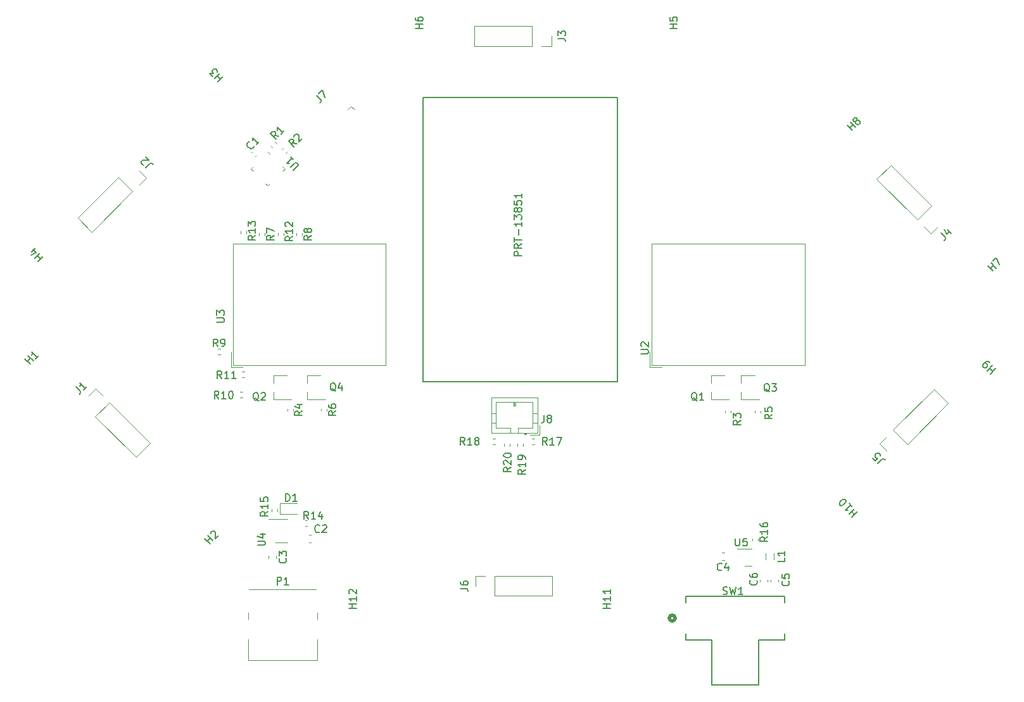
<source format=gbr>
%TF.GenerationSoftware,KiCad,Pcbnew,(6.0.7)*%
%TF.CreationDate,2024-09-04T15:34:51-05:00*%
%TF.ProjectId,MainBoard,4d61696e-426f-4617-9264-2e6b69636164,rev?*%
%TF.SameCoordinates,Original*%
%TF.FileFunction,Legend,Top*%
%TF.FilePolarity,Positive*%
%FSLAX46Y46*%
G04 Gerber Fmt 4.6, Leading zero omitted, Abs format (unit mm)*
G04 Created by KiCad (PCBNEW (6.0.7)) date 2024-09-04 15:34:51*
%MOMM*%
%LPD*%
G01*
G04 APERTURE LIST*
%ADD10C,0.150000*%
%ADD11C,0.120000*%
%ADD12C,0.152400*%
%ADD13C,0.508000*%
G04 APERTURE END LIST*
D10*
X157250000Y-104280000D02*
X131250000Y-104280000D01*
X131250000Y-66280000D02*
X131250000Y-104280000D01*
X157250000Y-66280000D02*
X157250000Y-104280000D01*
X131250000Y-66280000D02*
X157250000Y-66280000D01*
X144452380Y-87422857D02*
X143452380Y-87422857D01*
X143452380Y-87041904D01*
X143500000Y-86946666D01*
X143547619Y-86899047D01*
X143642857Y-86851428D01*
X143785714Y-86851428D01*
X143880952Y-86899047D01*
X143928571Y-86946666D01*
X143976190Y-87041904D01*
X143976190Y-87422857D01*
X144452380Y-85851428D02*
X143976190Y-86184761D01*
X144452380Y-86422857D02*
X143452380Y-86422857D01*
X143452380Y-86041904D01*
X143500000Y-85946666D01*
X143547619Y-85899047D01*
X143642857Y-85851428D01*
X143785714Y-85851428D01*
X143880952Y-85899047D01*
X143928571Y-85946666D01*
X143976190Y-86041904D01*
X143976190Y-86422857D01*
X143452380Y-85565714D02*
X143452380Y-84994285D01*
X144452380Y-85280000D02*
X143452380Y-85280000D01*
X144071428Y-84660952D02*
X144071428Y-83899047D01*
X144452380Y-82899047D02*
X144452380Y-83470476D01*
X144452380Y-83184761D02*
X143452380Y-83184761D01*
X143595238Y-83280000D01*
X143690476Y-83375238D01*
X143738095Y-83470476D01*
X143452380Y-82565714D02*
X143452380Y-81946666D01*
X143833333Y-82280000D01*
X143833333Y-82137142D01*
X143880952Y-82041904D01*
X143928571Y-81994285D01*
X144023809Y-81946666D01*
X144261904Y-81946666D01*
X144357142Y-81994285D01*
X144404761Y-82041904D01*
X144452380Y-82137142D01*
X144452380Y-82422857D01*
X144404761Y-82518095D01*
X144357142Y-82565714D01*
X143880952Y-81375238D02*
X143833333Y-81470476D01*
X143785714Y-81518095D01*
X143690476Y-81565714D01*
X143642857Y-81565714D01*
X143547619Y-81518095D01*
X143500000Y-81470476D01*
X143452380Y-81375238D01*
X143452380Y-81184761D01*
X143500000Y-81089523D01*
X143547619Y-81041904D01*
X143642857Y-80994285D01*
X143690476Y-80994285D01*
X143785714Y-81041904D01*
X143833333Y-81089523D01*
X143880952Y-81184761D01*
X143880952Y-81375238D01*
X143928571Y-81470476D01*
X143976190Y-81518095D01*
X144071428Y-81565714D01*
X144261904Y-81565714D01*
X144357142Y-81518095D01*
X144404761Y-81470476D01*
X144452380Y-81375238D01*
X144452380Y-81184761D01*
X144404761Y-81089523D01*
X144357142Y-81041904D01*
X144261904Y-80994285D01*
X144071428Y-80994285D01*
X143976190Y-81041904D01*
X143928571Y-81089523D01*
X143880952Y-81184761D01*
X143452380Y-80089523D02*
X143452380Y-80565714D01*
X143928571Y-80613333D01*
X143880952Y-80565714D01*
X143833333Y-80470476D01*
X143833333Y-80232380D01*
X143880952Y-80137142D01*
X143928571Y-80089523D01*
X144023809Y-80041904D01*
X144261904Y-80041904D01*
X144357142Y-80089523D01*
X144404761Y-80137142D01*
X144452380Y-80232380D01*
X144452380Y-80470476D01*
X144404761Y-80565714D01*
X144357142Y-80613333D01*
X144452380Y-79089523D02*
X144452380Y-79660952D01*
X144452380Y-79375238D02*
X143452380Y-79375238D01*
X143595238Y-79470476D01*
X143690476Y-79565714D01*
X143738095Y-79660952D01*
%TO.C,H9*%
X207802994Y-102504248D02*
X207095887Y-103211355D01*
X207432605Y-102874637D02*
X207028544Y-102470576D01*
X207398933Y-102100187D02*
X206691826Y-102807294D01*
X207028544Y-101729798D02*
X206893857Y-101595111D01*
X206792842Y-101561439D01*
X206725498Y-101561439D01*
X206557139Y-101595111D01*
X206388781Y-101696126D01*
X206119407Y-101965500D01*
X206085735Y-102066515D01*
X206085735Y-102133859D01*
X206119407Y-102234874D01*
X206254094Y-102369561D01*
X206355109Y-102403233D01*
X206422452Y-102403233D01*
X206523468Y-102369561D01*
X206691826Y-102201202D01*
X206725498Y-102100187D01*
X206725498Y-102032843D01*
X206691826Y-101931828D01*
X206557139Y-101797141D01*
X206456124Y-101763469D01*
X206388781Y-101763469D01*
X206287765Y-101797141D01*
%TO.C,*%
%TO.C,J7*%
X117045367Y-65985308D02*
X117550443Y-66490384D01*
X117617787Y-66625071D01*
X117617787Y-66759758D01*
X117550443Y-66894445D01*
X117483100Y-66961788D01*
X117314741Y-65715934D02*
X117786146Y-65244529D01*
X118190207Y-66254682D01*
%TO.C,H6*%
X131252380Y-57041905D02*
X130252380Y-57041905D01*
X130728571Y-57041905D02*
X130728571Y-56470477D01*
X131252380Y-56470477D02*
X130252380Y-56470477D01*
X130252380Y-55565715D02*
X130252380Y-55756191D01*
X130300000Y-55851429D01*
X130347619Y-55899048D01*
X130490476Y-55994286D01*
X130680952Y-56041905D01*
X131061904Y-56041905D01*
X131157142Y-55994286D01*
X131204761Y-55946667D01*
X131252380Y-55851429D01*
X131252380Y-55660953D01*
X131204761Y-55565715D01*
X131157142Y-55518096D01*
X131061904Y-55470477D01*
X130823809Y-55470477D01*
X130728571Y-55518096D01*
X130680952Y-55565715D01*
X130633333Y-55660953D01*
X130633333Y-55851429D01*
X130680952Y-55946667D01*
X130728571Y-55994286D01*
X130823809Y-56041905D01*
%TO.C,R15*%
X110552380Y-121622857D02*
X110076190Y-121956190D01*
X110552380Y-122194285D02*
X109552380Y-122194285D01*
X109552380Y-121813333D01*
X109600000Y-121718095D01*
X109647619Y-121670476D01*
X109742857Y-121622857D01*
X109885714Y-121622857D01*
X109980952Y-121670476D01*
X110028571Y-121718095D01*
X110076190Y-121813333D01*
X110076190Y-122194285D01*
X110552380Y-120670476D02*
X110552380Y-121241904D01*
X110552380Y-120956190D02*
X109552380Y-120956190D01*
X109695238Y-121051428D01*
X109790476Y-121146666D01*
X109838095Y-121241904D01*
X109552380Y-119765714D02*
X109552380Y-120241904D01*
X110028571Y-120289523D01*
X109980952Y-120241904D01*
X109933333Y-120146666D01*
X109933333Y-119908571D01*
X109980952Y-119813333D01*
X110028571Y-119765714D01*
X110123809Y-119718095D01*
X110361904Y-119718095D01*
X110457142Y-119765714D01*
X110504761Y-119813333D01*
X110552380Y-119908571D01*
X110552380Y-120146666D01*
X110504761Y-120241904D01*
X110457142Y-120289523D01*
%TO.C,H10*%
X189330671Y-121650006D02*
X188623564Y-122357113D01*
X188960281Y-122020396D02*
X188556220Y-121616335D01*
X188926610Y-121245945D02*
X188219503Y-121953052D01*
X188219503Y-120538839D02*
X188623564Y-120942900D01*
X188421533Y-120740869D02*
X187714427Y-121447976D01*
X187882785Y-121414304D01*
X188017472Y-121414304D01*
X188118488Y-121447976D01*
X187074663Y-120808213D02*
X187007320Y-120740869D01*
X186973648Y-120639854D01*
X186973648Y-120572510D01*
X187007320Y-120471495D01*
X187108335Y-120303136D01*
X187276694Y-120134778D01*
X187445053Y-120033762D01*
X187546068Y-120000091D01*
X187613411Y-120000091D01*
X187714427Y-120033762D01*
X187781770Y-120101106D01*
X187815442Y-120202121D01*
X187815442Y-120269465D01*
X187781770Y-120370480D01*
X187680755Y-120538839D01*
X187512396Y-120707197D01*
X187344037Y-120808213D01*
X187243022Y-120841884D01*
X187175679Y-120841884D01*
X187074663Y-120808213D01*
%TO.C,R5*%
X177952380Y-108646666D02*
X177476190Y-108980000D01*
X177952380Y-109218095D02*
X176952380Y-109218095D01*
X176952380Y-108837142D01*
X177000000Y-108741904D01*
X177047619Y-108694285D01*
X177142857Y-108646666D01*
X177285714Y-108646666D01*
X177380952Y-108694285D01*
X177428571Y-108741904D01*
X177476190Y-108837142D01*
X177476190Y-109218095D01*
X176952380Y-107741904D02*
X176952380Y-108218095D01*
X177428571Y-108265714D01*
X177380952Y-108218095D01*
X177333333Y-108122857D01*
X177333333Y-107884761D01*
X177380952Y-107789523D01*
X177428571Y-107741904D01*
X177523809Y-107694285D01*
X177761904Y-107694285D01*
X177857142Y-107741904D01*
X177904761Y-107789523D01*
X177952380Y-107884761D01*
X177952380Y-108122857D01*
X177904761Y-108218095D01*
X177857142Y-108265714D01*
%TO.C,U5*%
X173038095Y-125232380D02*
X173038095Y-126041904D01*
X173085714Y-126137142D01*
X173133333Y-126184761D01*
X173228571Y-126232380D01*
X173419047Y-126232380D01*
X173514285Y-126184761D01*
X173561904Y-126137142D01*
X173609523Y-126041904D01*
X173609523Y-125232380D01*
X174561904Y-125232380D02*
X174085714Y-125232380D01*
X174038095Y-125708571D01*
X174085714Y-125660952D01*
X174180952Y-125613333D01*
X174419047Y-125613333D01*
X174514285Y-125660952D01*
X174561904Y-125708571D01*
X174609523Y-125803809D01*
X174609523Y-126041904D01*
X174561904Y-126137142D01*
X174514285Y-126184761D01*
X174419047Y-126232380D01*
X174180952Y-126232380D01*
X174085714Y-126184761D01*
X174038095Y-126137142D01*
%TO.C,U3*%
X103702380Y-96291904D02*
X104511904Y-96291904D01*
X104607142Y-96244285D01*
X104654761Y-96196666D01*
X104702380Y-96101428D01*
X104702380Y-95910952D01*
X104654761Y-95815714D01*
X104607142Y-95768095D01*
X104511904Y-95720476D01*
X103702380Y-95720476D01*
X103702380Y-95339523D02*
X103702380Y-94720476D01*
X104083333Y-95053809D01*
X104083333Y-94910952D01*
X104130952Y-94815714D01*
X104178571Y-94768095D01*
X104273809Y-94720476D01*
X104511904Y-94720476D01*
X104607142Y-94768095D01*
X104654761Y-94815714D01*
X104702380Y-94910952D01*
X104702380Y-95196666D01*
X104654761Y-95291904D01*
X104607142Y-95339523D01*
%TO.C,H8*%
X188692729Y-70675352D02*
X187985622Y-69968245D01*
X188322340Y-70304963D02*
X188726401Y-69900902D01*
X189096790Y-70271291D02*
X188389683Y-69564184D01*
X189130462Y-69429497D02*
X189029447Y-69463169D01*
X188962103Y-69463169D01*
X188861088Y-69429497D01*
X188827416Y-69395826D01*
X188793744Y-69294810D01*
X188793744Y-69227467D01*
X188827416Y-69126452D01*
X188962103Y-68991765D01*
X189063118Y-68958093D01*
X189130462Y-68958093D01*
X189231477Y-68991765D01*
X189265149Y-69025436D01*
X189298821Y-69126452D01*
X189298821Y-69193795D01*
X189265149Y-69294810D01*
X189130462Y-69429497D01*
X189096790Y-69530513D01*
X189096790Y-69597856D01*
X189130462Y-69698871D01*
X189265149Y-69833558D01*
X189366164Y-69867230D01*
X189433508Y-69867230D01*
X189534523Y-69833558D01*
X189669210Y-69698871D01*
X189702882Y-69597856D01*
X189702882Y-69530513D01*
X189669210Y-69429497D01*
X189534523Y-69294810D01*
X189433508Y-69261139D01*
X189366164Y-69261139D01*
X189265149Y-69294810D01*
%TO.C,H3*%
X104536983Y-63445639D02*
X103829876Y-64152746D01*
X104166594Y-63816028D02*
X103762533Y-63411967D01*
X104132922Y-63041578D02*
X103425815Y-63748685D01*
X103156441Y-63479311D02*
X102718709Y-63041578D01*
X103223785Y-63007906D01*
X103122770Y-62906891D01*
X103089098Y-62805876D01*
X103089098Y-62738532D01*
X103122770Y-62637517D01*
X103291128Y-62469158D01*
X103392144Y-62435486D01*
X103459487Y-62435486D01*
X103560502Y-62469158D01*
X103762533Y-62671189D01*
X103796205Y-62772204D01*
X103796205Y-62839547D01*
%TO.C,R10*%
X103957142Y-106532380D02*
X103623809Y-106056190D01*
X103385714Y-106532380D02*
X103385714Y-105532380D01*
X103766666Y-105532380D01*
X103861904Y-105580000D01*
X103909523Y-105627619D01*
X103957142Y-105722857D01*
X103957142Y-105865714D01*
X103909523Y-105960952D01*
X103861904Y-106008571D01*
X103766666Y-106056190D01*
X103385714Y-106056190D01*
X104909523Y-106532380D02*
X104338095Y-106532380D01*
X104623809Y-106532380D02*
X104623809Y-105532380D01*
X104528571Y-105675238D01*
X104433333Y-105770476D01*
X104338095Y-105818095D01*
X105528571Y-105532380D02*
X105623809Y-105532380D01*
X105719047Y-105580000D01*
X105766666Y-105627619D01*
X105814285Y-105722857D01*
X105861904Y-105913333D01*
X105861904Y-106151428D01*
X105814285Y-106341904D01*
X105766666Y-106437142D01*
X105719047Y-106484761D01*
X105623809Y-106532380D01*
X105528571Y-106532380D01*
X105433333Y-106484761D01*
X105385714Y-106437142D01*
X105338095Y-106341904D01*
X105290476Y-106151428D01*
X105290476Y-105913333D01*
X105338095Y-105722857D01*
X105385714Y-105627619D01*
X105433333Y-105580000D01*
X105528571Y-105532380D01*
%TO.C,U4*%
X109152380Y-126141904D02*
X109961904Y-126141904D01*
X110057142Y-126094285D01*
X110104761Y-126046666D01*
X110152380Y-125951428D01*
X110152380Y-125760952D01*
X110104761Y-125665714D01*
X110057142Y-125618095D01*
X109961904Y-125570476D01*
X109152380Y-125570476D01*
X109485714Y-124665714D02*
X110152380Y-124665714D01*
X109104761Y-124903809D02*
X109819047Y-125141904D01*
X109819047Y-124522857D01*
%TO.C,R12*%
X113852380Y-84822857D02*
X113376190Y-85156190D01*
X113852380Y-85394285D02*
X112852380Y-85394285D01*
X112852380Y-85013333D01*
X112900000Y-84918095D01*
X112947619Y-84870476D01*
X113042857Y-84822857D01*
X113185714Y-84822857D01*
X113280952Y-84870476D01*
X113328571Y-84918095D01*
X113376190Y-85013333D01*
X113376190Y-85394285D01*
X113852380Y-83870476D02*
X113852380Y-84441904D01*
X113852380Y-84156190D02*
X112852380Y-84156190D01*
X112995238Y-84251428D01*
X113090476Y-84346666D01*
X113138095Y-84441904D01*
X112947619Y-83489523D02*
X112900000Y-83441904D01*
X112852380Y-83346666D01*
X112852380Y-83108571D01*
X112900000Y-83013333D01*
X112947619Y-82965714D01*
X113042857Y-82918095D01*
X113138095Y-82918095D01*
X113280952Y-82965714D01*
X113852380Y-83537142D01*
X113852380Y-82918095D01*
%TO.C,J1*%
X84918386Y-104969791D02*
X85423462Y-105474867D01*
X85490806Y-105609554D01*
X85490806Y-105744241D01*
X85423462Y-105878928D01*
X85356119Y-105946271D01*
X86332600Y-104969791D02*
X85928539Y-105373852D01*
X86130569Y-105171821D02*
X85423462Y-104464714D01*
X85457134Y-104633073D01*
X85457134Y-104767760D01*
X85423462Y-104868775D01*
%TO.C,D1*%
X112899404Y-120252380D02*
X112899404Y-119252380D01*
X113137500Y-119252380D01*
X113280357Y-119300000D01*
X113375595Y-119395238D01*
X113423214Y-119490476D01*
X113470833Y-119680952D01*
X113470833Y-119823809D01*
X113423214Y-120014285D01*
X113375595Y-120109523D01*
X113280357Y-120204761D01*
X113137500Y-120252380D01*
X112899404Y-120252380D01*
X114423214Y-120252380D02*
X113851785Y-120252380D01*
X114137500Y-120252380D02*
X114137500Y-119252380D01*
X114042261Y-119395238D01*
X113947023Y-119490476D01*
X113851785Y-119538095D01*
%TO.C,R3*%
X173752380Y-109446666D02*
X173276190Y-109780000D01*
X173752380Y-110018095D02*
X172752380Y-110018095D01*
X172752380Y-109637142D01*
X172800000Y-109541904D01*
X172847619Y-109494285D01*
X172942857Y-109446666D01*
X173085714Y-109446666D01*
X173180952Y-109494285D01*
X173228571Y-109541904D01*
X173276190Y-109637142D01*
X173276190Y-110018095D01*
X172752380Y-109113333D02*
X172752380Y-108494285D01*
X173133333Y-108827619D01*
X173133333Y-108684761D01*
X173180952Y-108589523D01*
X173228571Y-108541904D01*
X173323809Y-108494285D01*
X173561904Y-108494285D01*
X173657142Y-108541904D01*
X173704761Y-108589523D01*
X173752380Y-108684761D01*
X173752380Y-108970476D01*
X173704761Y-109065714D01*
X173657142Y-109113333D01*
%TO.C,R1*%
X112002030Y-71417732D02*
X111429610Y-71316717D01*
X111597969Y-71821793D02*
X110890862Y-71114687D01*
X111160236Y-70845312D01*
X111261251Y-70811641D01*
X111328595Y-70811641D01*
X111429610Y-70845312D01*
X111530625Y-70946328D01*
X111564297Y-71047343D01*
X111564297Y-71114687D01*
X111530625Y-71215702D01*
X111261251Y-71485076D01*
X112675465Y-70744297D02*
X112271404Y-71148358D01*
X112473435Y-70946328D02*
X111766328Y-70239221D01*
X111800000Y-70407580D01*
X111800000Y-70542267D01*
X111766328Y-70643282D01*
%TO.C,*%
%TO.C,H5*%
X165252381Y-57041905D02*
X164252381Y-57041905D01*
X164728572Y-57041905D02*
X164728572Y-56470477D01*
X165252381Y-56470477D02*
X164252381Y-56470477D01*
X164252381Y-55518096D02*
X164252381Y-55994286D01*
X164728572Y-56041905D01*
X164680953Y-55994286D01*
X164633334Y-55899048D01*
X164633334Y-55660953D01*
X164680953Y-55565715D01*
X164728572Y-55518096D01*
X164823810Y-55470477D01*
X165061905Y-55470477D01*
X165157143Y-55518096D01*
X165204762Y-55565715D01*
X165252381Y-55660953D01*
X165252381Y-55899048D01*
X165204762Y-55994286D01*
X165157143Y-56041905D01*
%TO.C,Q1*%
X167904761Y-106827619D02*
X167809523Y-106780000D01*
X167714285Y-106684761D01*
X167571428Y-106541904D01*
X167476190Y-106494285D01*
X167380952Y-106494285D01*
X167428571Y-106732380D02*
X167333333Y-106684761D01*
X167238095Y-106589523D01*
X167190476Y-106399047D01*
X167190476Y-106065714D01*
X167238095Y-105875238D01*
X167333333Y-105780000D01*
X167428571Y-105732380D01*
X167619047Y-105732380D01*
X167714285Y-105780000D01*
X167809523Y-105875238D01*
X167857142Y-106065714D01*
X167857142Y-106399047D01*
X167809523Y-106589523D01*
X167714285Y-106684761D01*
X167619047Y-106732380D01*
X167428571Y-106732380D01*
X168809523Y-106732380D02*
X168238095Y-106732380D01*
X168523809Y-106732380D02*
X168523809Y-105732380D01*
X168428571Y-105875238D01*
X168333333Y-105970476D01*
X168238095Y-106018095D01*
%TO.C,R11*%
X104357142Y-103832380D02*
X104023809Y-103356190D01*
X103785714Y-103832380D02*
X103785714Y-102832380D01*
X104166666Y-102832380D01*
X104261904Y-102880000D01*
X104309523Y-102927619D01*
X104357142Y-103022857D01*
X104357142Y-103165714D01*
X104309523Y-103260952D01*
X104261904Y-103308571D01*
X104166666Y-103356190D01*
X103785714Y-103356190D01*
X105309523Y-103832380D02*
X104738095Y-103832380D01*
X105023809Y-103832380D02*
X105023809Y-102832380D01*
X104928571Y-102975238D01*
X104833333Y-103070476D01*
X104738095Y-103118095D01*
X106261904Y-103832380D02*
X105690476Y-103832380D01*
X105976190Y-103832380D02*
X105976190Y-102832380D01*
X105880952Y-102975238D01*
X105785714Y-103070476D01*
X105690476Y-103118095D01*
%TO.C,J8*%
X147466666Y-108732380D02*
X147466666Y-109446666D01*
X147419047Y-109589523D01*
X147323809Y-109684761D01*
X147180952Y-109732380D01*
X147085714Y-109732380D01*
X148085714Y-109160952D02*
X147990476Y-109113333D01*
X147942857Y-109065714D01*
X147895238Y-108970476D01*
X147895238Y-108922857D01*
X147942857Y-108827619D01*
X147990476Y-108780000D01*
X148085714Y-108732380D01*
X148276190Y-108732380D01*
X148371428Y-108780000D01*
X148419047Y-108827619D01*
X148466666Y-108922857D01*
X148466666Y-108970476D01*
X148419047Y-109065714D01*
X148371428Y-109113333D01*
X148276190Y-109160952D01*
X148085714Y-109160952D01*
X147990476Y-109208571D01*
X147942857Y-109256190D01*
X147895238Y-109351428D01*
X147895238Y-109541904D01*
X147942857Y-109637142D01*
X147990476Y-109684761D01*
X148085714Y-109732380D01*
X148276190Y-109732380D01*
X148371428Y-109684761D01*
X148419047Y-109637142D01*
X148466666Y-109541904D01*
X148466666Y-109351428D01*
X148419047Y-109256190D01*
X148371428Y-109208571D01*
X148276190Y-109160952D01*
%TO.C,R9*%
X103833333Y-99562380D02*
X103500000Y-99086190D01*
X103261904Y-99562380D02*
X103261904Y-98562380D01*
X103642857Y-98562380D01*
X103738095Y-98610000D01*
X103785714Y-98657619D01*
X103833333Y-98752857D01*
X103833333Y-98895714D01*
X103785714Y-98990952D01*
X103738095Y-99038571D01*
X103642857Y-99086190D01*
X103261904Y-99086190D01*
X104309523Y-99562380D02*
X104500000Y-99562380D01*
X104595238Y-99514761D01*
X104642857Y-99467142D01*
X104738095Y-99324285D01*
X104785714Y-99133809D01*
X104785714Y-98752857D01*
X104738095Y-98657619D01*
X104690476Y-98610000D01*
X104595238Y-98562380D01*
X104404761Y-98562380D01*
X104309523Y-98610000D01*
X104261904Y-98657619D01*
X104214285Y-98752857D01*
X104214285Y-98990952D01*
X104261904Y-99086190D01*
X104309523Y-99133809D01*
X104404761Y-99181428D01*
X104595238Y-99181428D01*
X104690476Y-99133809D01*
X104738095Y-99086190D01*
X104785714Y-98990952D01*
%TO.C,H1*%
X78760496Y-101892865D02*
X78053389Y-101185758D01*
X78390107Y-101522476D02*
X78794168Y-101118415D01*
X79164557Y-101488804D02*
X78457450Y-100781697D01*
X79871664Y-100781697D02*
X79467603Y-101185758D01*
X79669633Y-100983728D02*
X78962527Y-100276621D01*
X78996198Y-100444980D01*
X78996198Y-100579667D01*
X78962527Y-100680682D01*
%TO.C,J2*%
X94207163Y-75644241D02*
X94712239Y-75139165D01*
X94846926Y-75071821D01*
X94981613Y-75071821D01*
X95116300Y-75139165D01*
X95183643Y-75206508D01*
X93971460Y-75273852D02*
X93904117Y-75273852D01*
X93803102Y-75240180D01*
X93634743Y-75071821D01*
X93601071Y-74970806D01*
X93601071Y-74903462D01*
X93634743Y-74802447D01*
X93702086Y-74735104D01*
X93836773Y-74667760D01*
X94644895Y-74667760D01*
X94207163Y-74230027D01*
%TO.C,Q3*%
X177604761Y-105627619D02*
X177509523Y-105580000D01*
X177414285Y-105484761D01*
X177271428Y-105341904D01*
X177176190Y-105294285D01*
X177080952Y-105294285D01*
X177128571Y-105532380D02*
X177033333Y-105484761D01*
X176938095Y-105389523D01*
X176890476Y-105199047D01*
X176890476Y-104865714D01*
X176938095Y-104675238D01*
X177033333Y-104580000D01*
X177128571Y-104532380D01*
X177319047Y-104532380D01*
X177414285Y-104580000D01*
X177509523Y-104675238D01*
X177557142Y-104865714D01*
X177557142Y-105199047D01*
X177509523Y-105389523D01*
X177414285Y-105484761D01*
X177319047Y-105532380D01*
X177128571Y-105532380D01*
X177890476Y-104532380D02*
X178509523Y-104532380D01*
X178176190Y-104913333D01*
X178319047Y-104913333D01*
X178414285Y-104960952D01*
X178461904Y-105008571D01*
X178509523Y-105103809D01*
X178509523Y-105341904D01*
X178461904Y-105437142D01*
X178414285Y-105484761D01*
X178319047Y-105532380D01*
X178033333Y-105532380D01*
X177938095Y-105484761D01*
X177890476Y-105437142D01*
%TO.C,H2*%
X102802127Y-125934496D02*
X102095020Y-125227389D01*
X102431738Y-125564107D02*
X102835799Y-125160046D01*
X103206188Y-125530435D02*
X102499081Y-124823328D01*
X102869471Y-124587626D02*
X102869471Y-124520283D01*
X102903142Y-124419267D01*
X103071501Y-124250909D01*
X103172516Y-124217237D01*
X103239860Y-124217237D01*
X103340875Y-124250909D01*
X103408219Y-124318252D01*
X103475562Y-124452939D01*
X103475562Y-125261061D01*
X103913295Y-124823328D01*
%TO.C,C5*%
X180157142Y-130946666D02*
X180204761Y-130994285D01*
X180252380Y-131137142D01*
X180252380Y-131232380D01*
X180204761Y-131375238D01*
X180109523Y-131470476D01*
X180014285Y-131518095D01*
X179823809Y-131565714D01*
X179680952Y-131565714D01*
X179490476Y-131518095D01*
X179395238Y-131470476D01*
X179300000Y-131375238D01*
X179252380Y-131232380D01*
X179252380Y-131137142D01*
X179300000Y-130994285D01*
X179347619Y-130946666D01*
X179252380Y-130041904D02*
X179252380Y-130518095D01*
X179728571Y-130565714D01*
X179680952Y-130518095D01*
X179633333Y-130422857D01*
X179633333Y-130184761D01*
X179680952Y-130089523D01*
X179728571Y-130041904D01*
X179823809Y-129994285D01*
X180061904Y-129994285D01*
X180157142Y-130041904D01*
X180204761Y-130089523D01*
X180252380Y-130184761D01*
X180252380Y-130422857D01*
X180204761Y-130518095D01*
X180157142Y-130565714D01*
%TO.C,U1*%
X113951522Y-76005973D02*
X114523942Y-75433553D01*
X114557614Y-75332538D01*
X114557614Y-75265194D01*
X114523942Y-75164179D01*
X114389255Y-75029492D01*
X114288240Y-74995820D01*
X114220896Y-74995820D01*
X114119881Y-75029492D01*
X113547461Y-75601912D01*
X113547461Y-74187698D02*
X113951522Y-74591759D01*
X113749492Y-74389729D02*
X113042385Y-75096835D01*
X113210744Y-75063164D01*
X113345431Y-75063164D01*
X113446446Y-75096835D01*
%TO.C,SW1*%
X171366666Y-132684761D02*
X171509523Y-132732380D01*
X171747619Y-132732380D01*
X171842857Y-132684761D01*
X171890476Y-132637142D01*
X171938095Y-132541904D01*
X171938095Y-132446666D01*
X171890476Y-132351428D01*
X171842857Y-132303809D01*
X171747619Y-132256190D01*
X171557142Y-132208571D01*
X171461904Y-132160952D01*
X171414285Y-132113333D01*
X171366666Y-132018095D01*
X171366666Y-131922857D01*
X171414285Y-131827619D01*
X171461904Y-131780000D01*
X171557142Y-131732380D01*
X171795238Y-131732380D01*
X171938095Y-131780000D01*
X172271428Y-131732380D02*
X172509523Y-132732380D01*
X172700000Y-132018095D01*
X172890476Y-132732380D01*
X173128571Y-131732380D01*
X174033333Y-132732380D02*
X173461904Y-132732380D01*
X173747619Y-132732380D02*
X173747619Y-131732380D01*
X173652380Y-131875238D01*
X173557142Y-131970476D01*
X173461904Y-132018095D01*
%TO.C,R19*%
X144952380Y-116022857D02*
X144476190Y-116356190D01*
X144952380Y-116594285D02*
X143952380Y-116594285D01*
X143952380Y-116213333D01*
X144000000Y-116118095D01*
X144047619Y-116070476D01*
X144142857Y-116022857D01*
X144285714Y-116022857D01*
X144380952Y-116070476D01*
X144428571Y-116118095D01*
X144476190Y-116213333D01*
X144476190Y-116594285D01*
X144952380Y-115070476D02*
X144952380Y-115641904D01*
X144952380Y-115356190D02*
X143952380Y-115356190D01*
X144095238Y-115451428D01*
X144190476Y-115546666D01*
X144238095Y-115641904D01*
X144952380Y-114594285D02*
X144952380Y-114403809D01*
X144904761Y-114308571D01*
X144857142Y-114260952D01*
X144714285Y-114165714D01*
X144523809Y-114118095D01*
X144142857Y-114118095D01*
X144047619Y-114165714D01*
X144000000Y-114213333D01*
X143952380Y-114308571D01*
X143952380Y-114499047D01*
X144000000Y-114594285D01*
X144047619Y-114641904D01*
X144142857Y-114689523D01*
X144380952Y-114689523D01*
X144476190Y-114641904D01*
X144523809Y-114594285D01*
X144571428Y-114499047D01*
X144571428Y-114308571D01*
X144523809Y-114213333D01*
X144476190Y-114165714D01*
X144380952Y-114118095D01*
%TO.C,R16*%
X177352380Y-125022857D02*
X176876190Y-125356190D01*
X177352380Y-125594285D02*
X176352380Y-125594285D01*
X176352380Y-125213333D01*
X176400000Y-125118095D01*
X176447619Y-125070476D01*
X176542857Y-125022857D01*
X176685714Y-125022857D01*
X176780952Y-125070476D01*
X176828571Y-125118095D01*
X176876190Y-125213333D01*
X176876190Y-125594285D01*
X177352380Y-124070476D02*
X177352380Y-124641904D01*
X177352380Y-124356190D02*
X176352380Y-124356190D01*
X176495238Y-124451428D01*
X176590476Y-124546666D01*
X176638095Y-124641904D01*
X176352380Y-123213333D02*
X176352380Y-123403809D01*
X176400000Y-123499047D01*
X176447619Y-123546666D01*
X176590476Y-123641904D01*
X176780952Y-123689523D01*
X177161904Y-123689523D01*
X177257142Y-123641904D01*
X177304761Y-123594285D01*
X177352380Y-123499047D01*
X177352380Y-123308571D01*
X177304761Y-123213333D01*
X177257142Y-123165714D01*
X177161904Y-123118095D01*
X176923809Y-123118095D01*
X176828571Y-123165714D01*
X176780952Y-123213333D01*
X176733333Y-123308571D01*
X176733333Y-123499047D01*
X176780952Y-123594285D01*
X176828571Y-123641904D01*
X176923809Y-123689523D01*
%TO.C,R18*%
X136857142Y-112732380D02*
X136523809Y-112256190D01*
X136285714Y-112732380D02*
X136285714Y-111732380D01*
X136666666Y-111732380D01*
X136761904Y-111780000D01*
X136809523Y-111827619D01*
X136857142Y-111922857D01*
X136857142Y-112065714D01*
X136809523Y-112160952D01*
X136761904Y-112208571D01*
X136666666Y-112256190D01*
X136285714Y-112256190D01*
X137809523Y-112732380D02*
X137238095Y-112732380D01*
X137523809Y-112732380D02*
X137523809Y-111732380D01*
X137428571Y-111875238D01*
X137333333Y-111970476D01*
X137238095Y-112018095D01*
X138380952Y-112160952D02*
X138285714Y-112113333D01*
X138238095Y-112065714D01*
X138190476Y-111970476D01*
X138190476Y-111922857D01*
X138238095Y-111827619D01*
X138285714Y-111780000D01*
X138380952Y-111732380D01*
X138571428Y-111732380D01*
X138666666Y-111780000D01*
X138714285Y-111827619D01*
X138761904Y-111922857D01*
X138761904Y-111970476D01*
X138714285Y-112065714D01*
X138666666Y-112113333D01*
X138571428Y-112160952D01*
X138380952Y-112160952D01*
X138285714Y-112208571D01*
X138238095Y-112256190D01*
X138190476Y-112351428D01*
X138190476Y-112541904D01*
X138238095Y-112637142D01*
X138285714Y-112684761D01*
X138380952Y-112732380D01*
X138571428Y-112732380D01*
X138666666Y-112684761D01*
X138714285Y-112637142D01*
X138761904Y-112541904D01*
X138761904Y-112351428D01*
X138714285Y-112256190D01*
X138666666Y-112208571D01*
X138571428Y-112160952D01*
%TO.C,L1*%
X179652380Y-127816666D02*
X179652380Y-128292857D01*
X178652380Y-128292857D01*
X179652380Y-126959523D02*
X179652380Y-127530952D01*
X179652380Y-127245238D02*
X178652380Y-127245238D01*
X178795238Y-127340476D01*
X178890476Y-127435714D01*
X178938095Y-127530952D01*
%TO.C,C3*%
X112924642Y-127896666D02*
X112972261Y-127944285D01*
X113019880Y-128087142D01*
X113019880Y-128182380D01*
X112972261Y-128325238D01*
X112877023Y-128420476D01*
X112781785Y-128468095D01*
X112591309Y-128515714D01*
X112448452Y-128515714D01*
X112257976Y-128468095D01*
X112162738Y-128420476D01*
X112067500Y-128325238D01*
X112019880Y-128182380D01*
X112019880Y-128087142D01*
X112067500Y-127944285D01*
X112115119Y-127896666D01*
X112019880Y-127563333D02*
X112019880Y-126944285D01*
X112400833Y-127277619D01*
X112400833Y-127134761D01*
X112448452Y-127039523D01*
X112496071Y-126991904D01*
X112591309Y-126944285D01*
X112829404Y-126944285D01*
X112924642Y-126991904D01*
X112972261Y-127039523D01*
X113019880Y-127134761D01*
X113019880Y-127420476D01*
X112972261Y-127515714D01*
X112924642Y-127563333D01*
%TO.C,R13*%
X108872380Y-84722857D02*
X108396190Y-85056190D01*
X108872380Y-85294285D02*
X107872380Y-85294285D01*
X107872380Y-84913333D01*
X107920000Y-84818095D01*
X107967619Y-84770476D01*
X108062857Y-84722857D01*
X108205714Y-84722857D01*
X108300952Y-84770476D01*
X108348571Y-84818095D01*
X108396190Y-84913333D01*
X108396190Y-85294285D01*
X108872380Y-83770476D02*
X108872380Y-84341904D01*
X108872380Y-84056190D02*
X107872380Y-84056190D01*
X108015238Y-84151428D01*
X108110476Y-84246666D01*
X108158095Y-84341904D01*
X107872380Y-83437142D02*
X107872380Y-82818095D01*
X108253333Y-83151428D01*
X108253333Y-83008571D01*
X108300952Y-82913333D01*
X108348571Y-82865714D01*
X108443809Y-82818095D01*
X108681904Y-82818095D01*
X108777142Y-82865714D01*
X108824761Y-82913333D01*
X108872380Y-83008571D01*
X108872380Y-83294285D01*
X108824761Y-83389523D01*
X108777142Y-83437142D01*
%TO.C,*%
%TO.C,J4*%
X200535758Y-84387163D02*
X201040834Y-84892239D01*
X201108178Y-85026926D01*
X201108178Y-85161613D01*
X201040834Y-85296300D01*
X200973491Y-85363643D01*
X201411224Y-83983102D02*
X201882628Y-84454506D01*
X200973491Y-83882086D02*
X201310208Y-84555521D01*
X201747941Y-84117789D01*
%TO.C,*%
%TO.C,H11*%
X156352380Y-134568094D02*
X155352380Y-134568094D01*
X155828571Y-134568094D02*
X155828571Y-133996665D01*
X156352380Y-133996665D02*
X155352380Y-133996665D01*
X156352380Y-132996665D02*
X156352380Y-133568094D01*
X156352380Y-133282379D02*
X155352380Y-133282379D01*
X155495238Y-133377618D01*
X155590476Y-133472856D01*
X155638095Y-133568094D01*
X156352380Y-132044284D02*
X156352380Y-132615713D01*
X156352380Y-132329999D02*
X155352380Y-132329999D01*
X155495238Y-132425237D01*
X155590476Y-132520475D01*
X155638095Y-132615713D01*
%TO.C,R7*%
X111372380Y-84696666D02*
X110896190Y-85030000D01*
X111372380Y-85268095D02*
X110372380Y-85268095D01*
X110372380Y-84887142D01*
X110420000Y-84791904D01*
X110467619Y-84744285D01*
X110562857Y-84696666D01*
X110705714Y-84696666D01*
X110800952Y-84744285D01*
X110848571Y-84791904D01*
X110896190Y-84887142D01*
X110896190Y-85268095D01*
X110372380Y-84363333D02*
X110372380Y-83696666D01*
X111372380Y-84125238D01*
%TO.C,R8*%
X116372380Y-84706665D02*
X115896190Y-85039999D01*
X116372380Y-85278094D02*
X115372380Y-85278094D01*
X115372380Y-84897141D01*
X115420000Y-84801903D01*
X115467619Y-84754284D01*
X115562857Y-84706665D01*
X115705714Y-84706665D01*
X115800952Y-84754284D01*
X115848571Y-84801903D01*
X115896190Y-84897141D01*
X115896190Y-85278094D01*
X115800952Y-84135237D02*
X115753333Y-84230475D01*
X115705714Y-84278094D01*
X115610476Y-84325713D01*
X115562857Y-84325713D01*
X115467619Y-84278094D01*
X115420000Y-84230475D01*
X115372380Y-84135237D01*
X115372380Y-83944760D01*
X115420000Y-83849522D01*
X115467619Y-83801903D01*
X115562857Y-83754284D01*
X115610476Y-83754284D01*
X115705714Y-83801903D01*
X115753333Y-83849522D01*
X115800952Y-83944760D01*
X115800952Y-84135237D01*
X115848571Y-84230475D01*
X115896190Y-84278094D01*
X115991428Y-84325713D01*
X116181904Y-84325713D01*
X116277142Y-84278094D01*
X116324761Y-84230475D01*
X116372380Y-84135237D01*
X116372380Y-83944760D01*
X116324761Y-83849522D01*
X116277142Y-83801903D01*
X116181904Y-83754284D01*
X115991428Y-83754284D01*
X115896190Y-83801903D01*
X115848571Y-83849522D01*
X115800952Y-83944760D01*
%TO.C,*%
%TO.C,R20*%
X143052380Y-115722857D02*
X142576190Y-116056190D01*
X143052380Y-116294285D02*
X142052380Y-116294285D01*
X142052380Y-115913333D01*
X142100000Y-115818095D01*
X142147619Y-115770476D01*
X142242857Y-115722857D01*
X142385714Y-115722857D01*
X142480952Y-115770476D01*
X142528571Y-115818095D01*
X142576190Y-115913333D01*
X142576190Y-116294285D01*
X142147619Y-115341904D02*
X142100000Y-115294285D01*
X142052380Y-115199047D01*
X142052380Y-114960952D01*
X142100000Y-114865714D01*
X142147619Y-114818095D01*
X142242857Y-114770476D01*
X142338095Y-114770476D01*
X142480952Y-114818095D01*
X143052380Y-115389523D01*
X143052380Y-114770476D01*
X142052380Y-114151428D02*
X142052380Y-114056190D01*
X142100000Y-113960952D01*
X142147619Y-113913333D01*
X142242857Y-113865714D01*
X142433333Y-113818095D01*
X142671428Y-113818095D01*
X142861904Y-113865714D01*
X142957142Y-113913333D01*
X143004761Y-113960952D01*
X143052380Y-114056190D01*
X143052380Y-114151428D01*
X143004761Y-114246666D01*
X142957142Y-114294285D01*
X142861904Y-114341904D01*
X142671428Y-114389523D01*
X142433333Y-114389523D01*
X142242857Y-114341904D01*
X142147619Y-114294285D01*
X142100000Y-114246666D01*
X142052380Y-114151428D01*
%TO.C,U2*%
X160419880Y-100544404D02*
X161229404Y-100544404D01*
X161324642Y-100496785D01*
X161372261Y-100449166D01*
X161419880Y-100353928D01*
X161419880Y-100163452D01*
X161372261Y-100068214D01*
X161324642Y-100020595D01*
X161229404Y-99972976D01*
X160419880Y-99972976D01*
X160515119Y-99544404D02*
X160467500Y-99496785D01*
X160419880Y-99401547D01*
X160419880Y-99163452D01*
X160467500Y-99068214D01*
X160515119Y-99020595D01*
X160610357Y-98972976D01*
X160705595Y-98972976D01*
X160848452Y-99020595D01*
X161419880Y-99592023D01*
X161419880Y-98972976D01*
%TO.C,Q2*%
X109304761Y-106827619D02*
X109209523Y-106780000D01*
X109114285Y-106684761D01*
X108971428Y-106541904D01*
X108876190Y-106494285D01*
X108780952Y-106494285D01*
X108828571Y-106732380D02*
X108733333Y-106684761D01*
X108638095Y-106589523D01*
X108590476Y-106399047D01*
X108590476Y-106065714D01*
X108638095Y-105875238D01*
X108733333Y-105780000D01*
X108828571Y-105732380D01*
X109019047Y-105732380D01*
X109114285Y-105780000D01*
X109209523Y-105875238D01*
X109257142Y-106065714D01*
X109257142Y-106399047D01*
X109209523Y-106589523D01*
X109114285Y-106684761D01*
X109019047Y-106732380D01*
X108828571Y-106732380D01*
X109638095Y-105827619D02*
X109685714Y-105780000D01*
X109780952Y-105732380D01*
X110019047Y-105732380D01*
X110114285Y-105780000D01*
X110161904Y-105827619D01*
X110209523Y-105922857D01*
X110209523Y-106018095D01*
X110161904Y-106160952D01*
X109590476Y-106732380D01*
X110209523Y-106732380D01*
%TO.C,C4*%
X171233332Y-129437142D02*
X171185713Y-129484761D01*
X171042856Y-129532380D01*
X170947618Y-129532380D01*
X170804760Y-129484761D01*
X170709522Y-129389523D01*
X170661903Y-129294285D01*
X170614284Y-129103809D01*
X170614284Y-128960952D01*
X170661903Y-128770476D01*
X170709522Y-128675238D01*
X170804760Y-128580000D01*
X170947618Y-128532380D01*
X171042856Y-128532380D01*
X171185713Y-128580000D01*
X171233332Y-128627619D01*
X172090475Y-128865714D02*
X172090475Y-129532380D01*
X171852379Y-128484761D02*
X171614284Y-129199047D01*
X172233332Y-129199047D01*
%TO.C,R4*%
X115122380Y-108196666D02*
X114646190Y-108530000D01*
X115122380Y-108768095D02*
X114122380Y-108768095D01*
X114122380Y-108387142D01*
X114170000Y-108291904D01*
X114217619Y-108244285D01*
X114312857Y-108196666D01*
X114455714Y-108196666D01*
X114550952Y-108244285D01*
X114598571Y-108291904D01*
X114646190Y-108387142D01*
X114646190Y-108768095D01*
X114455714Y-107339523D02*
X115122380Y-107339523D01*
X114074761Y-107577619D02*
X114789047Y-107815714D01*
X114789047Y-107196666D01*
%TO.C,Q4*%
X119604761Y-105527619D02*
X119509523Y-105480000D01*
X119414285Y-105384761D01*
X119271428Y-105241904D01*
X119176190Y-105194285D01*
X119080952Y-105194285D01*
X119128571Y-105432380D02*
X119033333Y-105384761D01*
X118938095Y-105289523D01*
X118890476Y-105099047D01*
X118890476Y-104765714D01*
X118938095Y-104575238D01*
X119033333Y-104480000D01*
X119128571Y-104432380D01*
X119319047Y-104432380D01*
X119414285Y-104480000D01*
X119509523Y-104575238D01*
X119557142Y-104765714D01*
X119557142Y-105099047D01*
X119509523Y-105289523D01*
X119414285Y-105384761D01*
X119319047Y-105432380D01*
X119128571Y-105432380D01*
X120414285Y-104765714D02*
X120414285Y-105432380D01*
X120176190Y-104384761D02*
X119938095Y-105099047D01*
X120557142Y-105099047D01*
%TO.C,H12*%
X122352379Y-134568094D02*
X121352379Y-134568094D01*
X121828570Y-134568094D02*
X121828570Y-133996665D01*
X122352379Y-133996665D02*
X121352379Y-133996665D01*
X122352379Y-132996665D02*
X122352379Y-133568094D01*
X122352379Y-133282379D02*
X121352379Y-133282379D01*
X121495237Y-133377618D01*
X121590475Y-133472856D01*
X121638094Y-133568094D01*
X121447618Y-132615713D02*
X121399999Y-132568094D01*
X121352379Y-132472856D01*
X121352379Y-132234760D01*
X121399999Y-132139522D01*
X121447618Y-132091903D01*
X121542856Y-132044284D01*
X121638094Y-132044284D01*
X121780951Y-132091903D01*
X122352379Y-132663332D01*
X122352379Y-132044284D01*
%TO.C,H4*%
X80495352Y-87487270D02*
X79788245Y-88194377D01*
X80124963Y-87857659D02*
X79720902Y-87453598D01*
X80091291Y-87083209D02*
X79384184Y-87790316D01*
X78980123Y-86914850D02*
X79451528Y-86443446D01*
X78879108Y-87352583D02*
X79552543Y-87015865D01*
X79114810Y-86578133D01*
%TO.C,*%
%TO.C,C2*%
X117433333Y-124337142D02*
X117385714Y-124384761D01*
X117242857Y-124432380D01*
X117147619Y-124432380D01*
X117004761Y-124384761D01*
X116909523Y-124289523D01*
X116861904Y-124194285D01*
X116814285Y-124003809D01*
X116814285Y-123860952D01*
X116861904Y-123670476D01*
X116909523Y-123575238D01*
X117004761Y-123480000D01*
X117147619Y-123432380D01*
X117242857Y-123432380D01*
X117385714Y-123480000D01*
X117433333Y-123527619D01*
X117814285Y-123527619D02*
X117861904Y-123480000D01*
X117957142Y-123432380D01*
X118195238Y-123432380D01*
X118290476Y-123480000D01*
X118338095Y-123527619D01*
X118385714Y-123622857D01*
X118385714Y-123718095D01*
X118338095Y-123860952D01*
X117766666Y-124432380D01*
X118385714Y-124432380D01*
%TO.C,P1*%
X111761904Y-131407380D02*
X111761904Y-130407380D01*
X112142857Y-130407380D01*
X112238095Y-130455000D01*
X112285714Y-130502619D01*
X112333333Y-130597857D01*
X112333333Y-130740714D01*
X112285714Y-130835952D01*
X112238095Y-130883571D01*
X112142857Y-130931190D01*
X111761904Y-130931190D01*
X113285714Y-131407380D02*
X112714285Y-131407380D01*
X113000000Y-131407380D02*
X113000000Y-130407380D01*
X112904761Y-130550238D01*
X112809523Y-130645476D01*
X112714285Y-130693095D01*
%TO.C,R2*%
X114402030Y-72417732D02*
X113829610Y-72316717D01*
X113997969Y-72821793D02*
X113290862Y-72114687D01*
X113560236Y-71845312D01*
X113661251Y-71811641D01*
X113728595Y-71811641D01*
X113829610Y-71845312D01*
X113930625Y-71946328D01*
X113964297Y-72047343D01*
X113964297Y-72114687D01*
X113930625Y-72215702D01*
X113661251Y-72485076D01*
X114031641Y-71508595D02*
X114031641Y-71441251D01*
X114065312Y-71340236D01*
X114233671Y-71171877D01*
X114334687Y-71138206D01*
X114402030Y-71138206D01*
X114503045Y-71171877D01*
X114570389Y-71239221D01*
X114637732Y-71373908D01*
X114637732Y-72182030D01*
X115075465Y-71744297D01*
%TO.C,C6*%
X175857142Y-130846666D02*
X175904761Y-130894285D01*
X175952380Y-131037142D01*
X175952380Y-131132380D01*
X175904761Y-131275238D01*
X175809523Y-131370476D01*
X175714285Y-131418095D01*
X175523809Y-131465714D01*
X175380952Y-131465714D01*
X175190476Y-131418095D01*
X175095238Y-131370476D01*
X175000000Y-131275238D01*
X174952380Y-131132380D01*
X174952380Y-131037142D01*
X175000000Y-130894285D01*
X175047619Y-130846666D01*
X174952380Y-129989523D02*
X174952380Y-130180000D01*
X175000000Y-130275238D01*
X175047619Y-130322857D01*
X175190476Y-130418095D01*
X175380952Y-130465714D01*
X175761904Y-130465714D01*
X175857142Y-130418095D01*
X175904761Y-130370476D01*
X175952380Y-130275238D01*
X175952380Y-130084761D01*
X175904761Y-129989523D01*
X175857142Y-129941904D01*
X175761904Y-129894285D01*
X175523809Y-129894285D01*
X175428571Y-129941904D01*
X175380952Y-129989523D01*
X175333333Y-130084761D01*
X175333333Y-130275238D01*
X175380952Y-130370476D01*
X175428571Y-130418095D01*
X175523809Y-130465714D01*
%TO.C,R17*%
X147857142Y-112732380D02*
X147523809Y-112256190D01*
X147285714Y-112732380D02*
X147285714Y-111732380D01*
X147666666Y-111732380D01*
X147761904Y-111780000D01*
X147809523Y-111827619D01*
X147857142Y-111922857D01*
X147857142Y-112065714D01*
X147809523Y-112160952D01*
X147761904Y-112208571D01*
X147666666Y-112256190D01*
X147285714Y-112256190D01*
X148809523Y-112732380D02*
X148238095Y-112732380D01*
X148523809Y-112732380D02*
X148523809Y-111732380D01*
X148428571Y-111875238D01*
X148333333Y-111970476D01*
X148238095Y-112018095D01*
X149142857Y-111732380D02*
X149809523Y-111732380D01*
X149380952Y-112732380D01*
%TO.C,*%
%TO.C,J3*%
X149322380Y-58363333D02*
X150036666Y-58363333D01*
X150179523Y-58410952D01*
X150274761Y-58506190D01*
X150322380Y-58649047D01*
X150322380Y-58744285D01*
X149322380Y-57982380D02*
X149322380Y-57363333D01*
X149703333Y-57696666D01*
X149703333Y-57553809D01*
X149750952Y-57458571D01*
X149798571Y-57410952D01*
X149893809Y-57363333D01*
X150131904Y-57363333D01*
X150227142Y-57410952D01*
X150274761Y-57458571D01*
X150322380Y-57553809D01*
X150322380Y-57839523D01*
X150274761Y-57934761D01*
X150227142Y-57982380D01*
%TO.C,J5*%
X192070879Y-115155399D02*
X192575955Y-114650323D01*
X192710642Y-114582979D01*
X192845329Y-114582979D01*
X192980016Y-114650323D01*
X193047359Y-114717666D01*
X191397444Y-114481964D02*
X191734161Y-114818681D01*
X192104550Y-114515636D01*
X192037207Y-114515636D01*
X191936192Y-114481964D01*
X191767833Y-114313605D01*
X191734161Y-114212590D01*
X191734161Y-114145246D01*
X191767833Y-114044231D01*
X191936192Y-113875872D01*
X192037207Y-113842201D01*
X192104550Y-113842201D01*
X192205566Y-113875872D01*
X192373924Y-114044231D01*
X192407596Y-114145246D01*
X192407596Y-114212590D01*
%TO.C,*%
%TO.C,J6*%
X136282380Y-131913333D02*
X136996666Y-131913333D01*
X137139523Y-131960952D01*
X137234761Y-132056190D01*
X137282380Y-132199047D01*
X137282380Y-132294285D01*
X136282380Y-131008571D02*
X136282380Y-131199047D01*
X136330000Y-131294285D01*
X136377619Y-131341904D01*
X136520476Y-131437142D01*
X136710952Y-131484761D01*
X137091904Y-131484761D01*
X137187142Y-131437142D01*
X137234761Y-131389523D01*
X137282380Y-131294285D01*
X137282380Y-131103809D01*
X137234761Y-131008571D01*
X137187142Y-130960952D01*
X137091904Y-130913333D01*
X136853809Y-130913333D01*
X136758571Y-130960952D01*
X136710952Y-131008571D01*
X136663333Y-131103809D01*
X136663333Y-131294285D01*
X136710952Y-131389523D01*
X136758571Y-131437142D01*
X136853809Y-131484761D01*
%TO.C,*%
%TO.C,H7*%
X207501770Y-89484393D02*
X206794663Y-88777286D01*
X207131381Y-89114004D02*
X207535442Y-88709943D01*
X207905831Y-89080332D02*
X207198724Y-88373225D01*
X207468098Y-88103851D02*
X207939503Y-87632447D01*
X208343564Y-88642599D01*
%TO.C,R6*%
X119622380Y-108196666D02*
X119146190Y-108530000D01*
X119622380Y-108768095D02*
X118622380Y-108768095D01*
X118622380Y-108387142D01*
X118670000Y-108291904D01*
X118717619Y-108244285D01*
X118812857Y-108196666D01*
X118955714Y-108196666D01*
X119050952Y-108244285D01*
X119098571Y-108291904D01*
X119146190Y-108387142D01*
X119146190Y-108768095D01*
X118622380Y-107339523D02*
X118622380Y-107530000D01*
X118670000Y-107625238D01*
X118717619Y-107672857D01*
X118860476Y-107768095D01*
X119050952Y-107815714D01*
X119431904Y-107815714D01*
X119527142Y-107768095D01*
X119574761Y-107720476D01*
X119622380Y-107625238D01*
X119622380Y-107434761D01*
X119574761Y-107339523D01*
X119527142Y-107291904D01*
X119431904Y-107244285D01*
X119193809Y-107244285D01*
X119098571Y-107291904D01*
X119050952Y-107339523D01*
X119003333Y-107434761D01*
X119003333Y-107625238D01*
X119050952Y-107720476D01*
X119098571Y-107768095D01*
X119193809Y-107815714D01*
%TO.C,R14*%
X115957142Y-122632380D02*
X115623809Y-122156190D01*
X115385714Y-122632380D02*
X115385714Y-121632380D01*
X115766666Y-121632380D01*
X115861904Y-121680000D01*
X115909523Y-121727619D01*
X115957142Y-121822857D01*
X115957142Y-121965714D01*
X115909523Y-122060952D01*
X115861904Y-122108571D01*
X115766666Y-122156190D01*
X115385714Y-122156190D01*
X116909523Y-122632380D02*
X116338095Y-122632380D01*
X116623809Y-122632380D02*
X116623809Y-121632380D01*
X116528571Y-121775238D01*
X116433333Y-121870476D01*
X116338095Y-121918095D01*
X117766666Y-121965714D02*
X117766666Y-122632380D01*
X117528571Y-121584761D02*
X117290476Y-122299047D01*
X117909523Y-122299047D01*
%TO.C,C1*%
X108634687Y-72750389D02*
X108634687Y-72817732D01*
X108567343Y-72952419D01*
X108500000Y-73019763D01*
X108365312Y-73087106D01*
X108230625Y-73087106D01*
X108129610Y-73053435D01*
X107961251Y-72952419D01*
X107860236Y-72851404D01*
X107759221Y-72683045D01*
X107725549Y-72582030D01*
X107725549Y-72447343D01*
X107792893Y-72312656D01*
X107860236Y-72245312D01*
X107994923Y-72177969D01*
X108062267Y-72177969D01*
X109375465Y-72144297D02*
X108971404Y-72548358D01*
X109173435Y-72346328D02*
X108466328Y-71639221D01*
X108500000Y-71807580D01*
X108500000Y-71942267D01*
X108466328Y-72043282D01*
D11*
%TO.C,J7*%
X121652842Y-67427301D02*
X122101855Y-67876314D01*
X121203829Y-67876314D02*
X121652842Y-67427301D01*
%TO.C,R15*%
X111767500Y-121633641D02*
X111767500Y-121326359D01*
X111007500Y-121633641D02*
X111007500Y-121326359D01*
%TO.C,R5*%
X175620000Y-108126359D02*
X175620000Y-108433641D01*
X176380000Y-108126359D02*
X176380000Y-108433641D01*
%TO.C,U5*%
X173250000Y-126660000D02*
X175250000Y-126660000D01*
X175250000Y-128900000D02*
X174250000Y-128900000D01*
%TO.C,U3*%
X105617500Y-102282500D02*
X105617500Y-100272500D01*
X105617500Y-102282500D02*
X107177500Y-102282500D01*
X126287500Y-102052500D02*
X105847500Y-102052500D01*
X126287500Y-85812500D02*
X126287500Y-102052500D01*
X105847500Y-102052500D02*
X105847500Y-85812500D01*
X105847500Y-85812500D02*
X126287500Y-85812500D01*
%TO.C,R10*%
X106846359Y-105650000D02*
X107153641Y-105650000D01*
X106846359Y-106410000D02*
X107153641Y-106410000D01*
%TO.C,U4*%
X112387500Y-125790000D02*
X111587500Y-125790000D01*
X112387500Y-125790000D02*
X113187500Y-125790000D01*
X112387500Y-122670000D02*
X113187500Y-122670000D01*
X112387500Y-122670000D02*
X110587500Y-122670000D01*
%TO.C,R12*%
X111870000Y-84376359D02*
X111870000Y-84683641D01*
X112630000Y-84376359D02*
X112630000Y-84683641D01*
%TO.C,J1*%
X92888154Y-114349058D02*
X94769058Y-112468154D01*
X89338478Y-107037574D02*
X94769058Y-112468154D01*
X87500000Y-105199096D02*
X88440452Y-106139548D01*
X87457574Y-108918478D02*
X89338478Y-107037574D01*
X86559548Y-106139548D02*
X87500000Y-105199096D01*
X87457574Y-108918478D02*
X92888154Y-114349058D01*
%TO.C,D1*%
X114437500Y-120495000D02*
X112152500Y-120495000D01*
X112152500Y-120495000D02*
X112152500Y-121965000D01*
X112152500Y-121965000D02*
X114437500Y-121965000D01*
%TO.C,R3*%
X171620000Y-108126359D02*
X171620000Y-108433641D01*
X172380000Y-108126359D02*
X172380000Y-108433641D01*
%TO.C,R1*%
X111473233Y-72213607D02*
X111690514Y-72430888D01*
X110935832Y-72751008D02*
X111153113Y-72968289D01*
%TO.C,Q1*%
X169800000Y-106680000D02*
X169800000Y-105630000D01*
X172200000Y-106680000D02*
X169800000Y-106680000D01*
X169800000Y-103380000D02*
X169800000Y-104430000D01*
X171600000Y-103380000D02*
X169800000Y-103380000D01*
%TO.C,R11*%
X107096359Y-102900000D02*
X107403641Y-102900000D01*
X107096359Y-103660000D02*
X107403641Y-103660000D01*
%TO.C,J8*%
X143600000Y-106980000D02*
X143600000Y-107480000D01*
X144000000Y-110480000D02*
X145950000Y-110480000D01*
X141050000Y-106980000D02*
X141050000Y-110480000D01*
X144800000Y-111090000D02*
X144800000Y-111290000D01*
X143600000Y-107480000D02*
X143400000Y-107480000D01*
X141050000Y-110480000D02*
X143000000Y-110480000D01*
X140440000Y-109780000D02*
X141050000Y-109780000D01*
X145950000Y-110480000D02*
X145950000Y-106980000D01*
X146560000Y-111090000D02*
X146560000Y-106370000D01*
X144800000Y-111190000D02*
X145100000Y-111190000D01*
X145610000Y-111390000D02*
X146860000Y-111390000D01*
X140440000Y-108480000D02*
X141050000Y-108480000D01*
X144000000Y-111090000D02*
X144000000Y-110480000D01*
X146560000Y-108480000D02*
X145950000Y-108480000D01*
X145950000Y-106980000D02*
X141050000Y-106980000D01*
X146560000Y-109780000D02*
X145950000Y-109780000D01*
X144800000Y-111290000D02*
X145100000Y-111290000D01*
X140440000Y-106370000D02*
X140440000Y-111090000D01*
X140440000Y-111090000D02*
X146560000Y-111090000D01*
X143000000Y-110480000D02*
X143000000Y-111090000D01*
X143500000Y-106980000D02*
X143500000Y-107480000D01*
X146560000Y-106370000D02*
X140440000Y-106370000D01*
X143400000Y-107480000D02*
X143400000Y-106980000D01*
X146860000Y-111390000D02*
X146860000Y-110140000D01*
X145100000Y-111290000D02*
X145100000Y-111090000D01*
%TO.C,R9*%
X103846359Y-99900000D02*
X104153641Y-99900000D01*
X103846359Y-100660000D02*
X104153641Y-100660000D01*
%TO.C,J2*%
X92442426Y-78818478D02*
X87011846Y-84249058D01*
X85130942Y-82368154D02*
X87011846Y-84249058D01*
X93340452Y-76039548D02*
X94280904Y-76980000D01*
X94280904Y-76980000D02*
X93340452Y-77920452D01*
X90561522Y-76937574D02*
X85130942Y-82368154D01*
X90561522Y-76937574D02*
X92442426Y-78818478D01*
%TO.C,Q3*%
X173800000Y-106680000D02*
X173800000Y-105630000D01*
X176200000Y-106680000D02*
X173800000Y-106680000D01*
X175600000Y-103380000D02*
X173800000Y-103380000D01*
X173800000Y-103380000D02*
X173800000Y-104430000D01*
%TO.C,C5*%
X178810000Y-130739420D02*
X178810000Y-131020580D01*
X177790000Y-130739420D02*
X177790000Y-131020580D01*
%TO.C,U1*%
X108541314Y-76098198D02*
X108223116Y-75780000D01*
X112776884Y-75780000D02*
X112458686Y-76098198D01*
X110818198Y-73821314D02*
X110500000Y-73503116D01*
X110500000Y-78056884D02*
X110818198Y-77738686D01*
X108223116Y-75780000D02*
X108541314Y-75461802D01*
X112458686Y-75461802D02*
X112776884Y-75780000D01*
X110181802Y-77738686D02*
X110500000Y-78056884D01*
D12*
%TO.C,SW1*%
X179629399Y-132959000D02*
X166370599Y-132959000D01*
X166370599Y-138801000D02*
X169870399Y-138801000D01*
X179629399Y-138801000D02*
X179629399Y-137940814D01*
X179629399Y-133819186D02*
X179629399Y-132959000D01*
X169870399Y-144795400D02*
X176129599Y-144795400D01*
X176129599Y-138801000D02*
X179629399Y-138801000D01*
X176129599Y-144795400D02*
X176129599Y-138801000D01*
X169870399Y-138801000D02*
X169870399Y-144795400D01*
X166370599Y-132959000D02*
X166370599Y-133819186D01*
X166370599Y-137940814D02*
X166370599Y-138801000D01*
D13*
X164973599Y-135880000D02*
G75*
G03*
X164973599Y-135880000I-381000J0D01*
G01*
D11*
%TO.C,R19*%
X144630000Y-112576359D02*
X144630000Y-112883641D01*
X143870000Y-112576359D02*
X143870000Y-112883641D01*
%TO.C,R16*%
X175270000Y-125246359D02*
X175270000Y-125553641D01*
X176030000Y-125246359D02*
X176030000Y-125553641D01*
%TO.C,R18*%
X140596359Y-111850000D02*
X140903641Y-111850000D01*
X140596359Y-112610000D02*
X140903641Y-112610000D01*
%TO.C,L1*%
X178210000Y-127250378D02*
X178210000Y-128049622D01*
X177090000Y-127250378D02*
X177090000Y-128049622D01*
%TO.C,C3*%
X111647500Y-127589420D02*
X111647500Y-127870580D01*
X110627500Y-127589420D02*
X110627500Y-127870580D01*
%TO.C,R13*%
X107630000Y-84126359D02*
X107630000Y-84433641D01*
X106870000Y-84126359D02*
X106870000Y-84433641D01*
%TO.C,J4*%
X199242426Y-80741522D02*
X197361522Y-82622426D01*
X200140452Y-83520452D02*
X199200000Y-84460904D01*
X197361522Y-82622426D02*
X191930942Y-77191846D01*
X199200000Y-84460904D02*
X198259548Y-83520452D01*
X193811846Y-75310942D02*
X191930942Y-77191846D01*
X199242426Y-80741522D02*
X193811846Y-75310942D01*
%TO.C,R7*%
X109370000Y-84376359D02*
X109370000Y-84683641D01*
X110130000Y-84376359D02*
X110130000Y-84683641D01*
%TO.C,R8*%
X114370000Y-84386358D02*
X114370000Y-84693640D01*
X115130000Y-84386358D02*
X115130000Y-84693640D01*
%TO.C,R20*%
X142880000Y-112576359D02*
X142880000Y-112883641D01*
X142120000Y-112576359D02*
X142120000Y-112883641D01*
%TO.C,U2*%
X161617500Y-102282500D02*
X161617500Y-100282500D01*
X182287500Y-85812500D02*
X182287500Y-102052500D01*
X161847500Y-102052500D02*
X161847500Y-85812500D01*
X182287500Y-102052500D02*
X161847500Y-102052500D01*
X161847500Y-85812500D02*
X182287500Y-85812500D01*
X161617500Y-102282500D02*
X163177500Y-102282500D01*
%TO.C,Q2*%
X113100000Y-103380000D02*
X111300000Y-103380000D01*
X111300000Y-106680000D02*
X111300000Y-105630000D01*
X111300000Y-103380000D02*
X111300000Y-104430000D01*
X113700000Y-106680000D02*
X111300000Y-106680000D01*
%TO.C,C4*%
X171540579Y-128160000D02*
X171259419Y-128160000D01*
X171540579Y-127140000D02*
X171259419Y-127140000D01*
%TO.C,R4*%
X113120000Y-107876359D02*
X113120000Y-108183641D01*
X113880000Y-107876359D02*
X113880000Y-108183641D01*
%TO.C,Q4*%
X118200000Y-106680000D02*
X115800000Y-106680000D01*
X115800000Y-106680000D02*
X115800000Y-105630000D01*
X115800000Y-103380000D02*
X115800000Y-104430000D01*
X117600000Y-103380000D02*
X115800000Y-103380000D01*
%TO.C,C2*%
X115996920Y-125740000D02*
X116278080Y-125740000D01*
X115996920Y-124720000D02*
X116278080Y-124720000D01*
%TO.C,P1*%
X107905000Y-135155000D02*
X107905000Y-136055000D01*
X107905000Y-138755000D02*
X107905000Y-141485000D01*
X117095000Y-135155000D02*
X117095000Y-136055000D01*
X117095000Y-138755000D02*
X117095000Y-141485000D01*
X107905000Y-141485000D02*
X117095000Y-141485000D01*
X108025000Y-132075000D02*
X116975000Y-132075000D01*
%TO.C,R2*%
X112611521Y-72936624D02*
X112394240Y-73153905D01*
X113148922Y-73474025D02*
X112931641Y-73691306D01*
%TO.C,C6*%
X176290000Y-130759420D02*
X176290000Y-131040580D01*
X177310000Y-130759420D02*
X177310000Y-131040580D01*
%TO.C,R17*%
X146153641Y-111850000D02*
X145846359Y-111850000D01*
X146153641Y-112610000D02*
X145846359Y-112610000D01*
%TO.C,J3*%
X138150000Y-56700000D02*
X138150000Y-59360000D01*
X145830000Y-56700000D02*
X145830000Y-59360000D01*
X148430000Y-58030000D02*
X148430000Y-59360000D01*
X148430000Y-59360000D02*
X147100000Y-59360000D01*
X145830000Y-59360000D02*
X138150000Y-59360000D01*
X145830000Y-56700000D02*
X138150000Y-56700000D01*
%TO.C,J5*%
X193240636Y-113514238D02*
X192300184Y-112573786D01*
X196019566Y-112616212D02*
X194138662Y-110735308D01*
X201450146Y-107185632D02*
X199569242Y-105304728D01*
X192300184Y-112573786D02*
X193240636Y-111633334D01*
X194138662Y-110735308D02*
X199569242Y-105304728D01*
X196019566Y-112616212D02*
X201450146Y-107185632D01*
%TO.C,J6*%
X148550000Y-132910000D02*
X148550000Y-130250000D01*
X140870000Y-130250000D02*
X148550000Y-130250000D01*
X140870000Y-132910000D02*
X140870000Y-130250000D01*
X138270000Y-130250000D02*
X139600000Y-130250000D01*
X138270000Y-131580000D02*
X138270000Y-130250000D01*
X140870000Y-132910000D02*
X148550000Y-132910000D01*
%TO.C,R6*%
X118380000Y-107876359D02*
X118380000Y-108183641D01*
X117620000Y-107876359D02*
X117620000Y-108183641D01*
%TO.C,R14*%
X115483859Y-122850000D02*
X115791141Y-122850000D01*
X115483859Y-123610000D02*
X115791141Y-123610000D01*
%TO.C,C1*%
X108497358Y-73483433D02*
X108344855Y-73635936D01*
X109006475Y-73992550D02*
X108853972Y-74145053D01*
%TD*%
M02*

</source>
